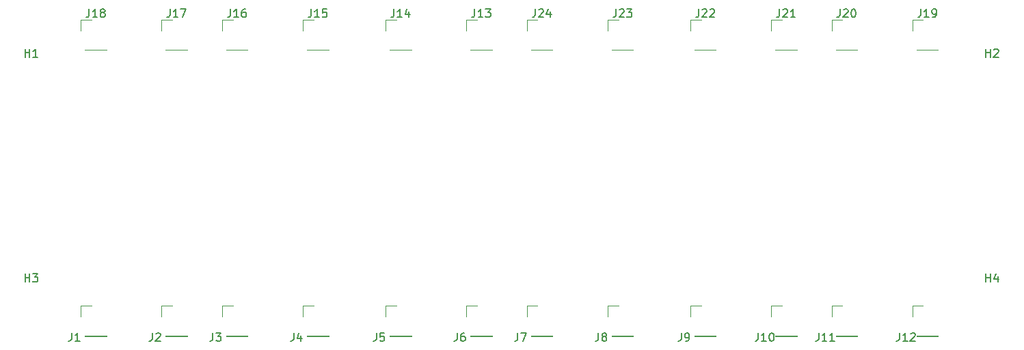
<source format=gbr>
%TF.GenerationSoftware,KiCad,Pcbnew,8.0.4*%
%TF.CreationDate,2024-09-10T22:05:28-04:00*%
%TF.ProjectId,UpperPOGO,55707065-7250-44f4-974f-2e6b69636164,v4*%
%TF.SameCoordinates,Original*%
%TF.FileFunction,Legend,Top*%
%TF.FilePolarity,Positive*%
%FSLAX46Y46*%
G04 Gerber Fmt 4.6, Leading zero omitted, Abs format (unit mm)*
G04 Created by KiCad (PCBNEW 8.0.4) date 2024-09-10 22:05:28*
%MOMM*%
%LPD*%
G01*
G04 APERTURE LIST*
%ADD10C,0.150000*%
%ADD11C,0.120000*%
G04 APERTURE END LIST*
D10*
X186690476Y-64304819D02*
X186690476Y-65019104D01*
X186690476Y-65019104D02*
X186642857Y-65161961D01*
X186642857Y-65161961D02*
X186547619Y-65257200D01*
X186547619Y-65257200D02*
X186404762Y-65304819D01*
X186404762Y-65304819D02*
X186309524Y-65304819D01*
X187119048Y-64400057D02*
X187166667Y-64352438D01*
X187166667Y-64352438D02*
X187261905Y-64304819D01*
X187261905Y-64304819D02*
X187500000Y-64304819D01*
X187500000Y-64304819D02*
X187595238Y-64352438D01*
X187595238Y-64352438D02*
X187642857Y-64400057D01*
X187642857Y-64400057D02*
X187690476Y-64495295D01*
X187690476Y-64495295D02*
X187690476Y-64590533D01*
X187690476Y-64590533D02*
X187642857Y-64733390D01*
X187642857Y-64733390D02*
X187071429Y-65304819D01*
X187071429Y-65304819D02*
X187690476Y-65304819D01*
X188309524Y-64304819D02*
X188404762Y-64304819D01*
X188404762Y-64304819D02*
X188500000Y-64352438D01*
X188500000Y-64352438D02*
X188547619Y-64400057D01*
X188547619Y-64400057D02*
X188595238Y-64495295D01*
X188595238Y-64495295D02*
X188642857Y-64685771D01*
X188642857Y-64685771D02*
X188642857Y-64923866D01*
X188642857Y-64923866D02*
X188595238Y-65114342D01*
X188595238Y-65114342D02*
X188547619Y-65209580D01*
X188547619Y-65209580D02*
X188500000Y-65257200D01*
X188500000Y-65257200D02*
X188404762Y-65304819D01*
X188404762Y-65304819D02*
X188309524Y-65304819D01*
X188309524Y-65304819D02*
X188214286Y-65257200D01*
X188214286Y-65257200D02*
X188166667Y-65209580D01*
X188166667Y-65209580D02*
X188119048Y-65114342D01*
X188119048Y-65114342D02*
X188071429Y-64923866D01*
X188071429Y-64923866D02*
X188071429Y-64685771D01*
X188071429Y-64685771D02*
X188119048Y-64495295D01*
X188119048Y-64495295D02*
X188166667Y-64400057D01*
X188166667Y-64400057D02*
X188214286Y-64352438D01*
X188214286Y-64352438D02*
X188309524Y-64304819D01*
X121190476Y-64304819D02*
X121190476Y-65019104D01*
X121190476Y-65019104D02*
X121142857Y-65161961D01*
X121142857Y-65161961D02*
X121047619Y-65257200D01*
X121047619Y-65257200D02*
X120904762Y-65304819D01*
X120904762Y-65304819D02*
X120809524Y-65304819D01*
X122190476Y-65304819D02*
X121619048Y-65304819D01*
X121904762Y-65304819D02*
X121904762Y-64304819D01*
X121904762Y-64304819D02*
X121809524Y-64447676D01*
X121809524Y-64447676D02*
X121714286Y-64542914D01*
X121714286Y-64542914D02*
X121619048Y-64590533D01*
X123095238Y-64304819D02*
X122619048Y-64304819D01*
X122619048Y-64304819D02*
X122571429Y-64781009D01*
X122571429Y-64781009D02*
X122619048Y-64733390D01*
X122619048Y-64733390D02*
X122714286Y-64685771D01*
X122714286Y-64685771D02*
X122952381Y-64685771D01*
X122952381Y-64685771D02*
X123047619Y-64733390D01*
X123047619Y-64733390D02*
X123095238Y-64781009D01*
X123095238Y-64781009D02*
X123142857Y-64876247D01*
X123142857Y-64876247D02*
X123142857Y-65114342D01*
X123142857Y-65114342D02*
X123095238Y-65209580D01*
X123095238Y-65209580D02*
X123047619Y-65257200D01*
X123047619Y-65257200D02*
X122952381Y-65304819D01*
X122952381Y-65304819D02*
X122714286Y-65304819D01*
X122714286Y-65304819D02*
X122619048Y-65257200D01*
X122619048Y-65257200D02*
X122571429Y-65209580D01*
X111190476Y-64304819D02*
X111190476Y-65019104D01*
X111190476Y-65019104D02*
X111142857Y-65161961D01*
X111142857Y-65161961D02*
X111047619Y-65257200D01*
X111047619Y-65257200D02*
X110904762Y-65304819D01*
X110904762Y-65304819D02*
X110809524Y-65304819D01*
X112190476Y-65304819D02*
X111619048Y-65304819D01*
X111904762Y-65304819D02*
X111904762Y-64304819D01*
X111904762Y-64304819D02*
X111809524Y-64447676D01*
X111809524Y-64447676D02*
X111714286Y-64542914D01*
X111714286Y-64542914D02*
X111619048Y-64590533D01*
X113047619Y-64304819D02*
X112857143Y-64304819D01*
X112857143Y-64304819D02*
X112761905Y-64352438D01*
X112761905Y-64352438D02*
X112714286Y-64400057D01*
X112714286Y-64400057D02*
X112619048Y-64542914D01*
X112619048Y-64542914D02*
X112571429Y-64733390D01*
X112571429Y-64733390D02*
X112571429Y-65114342D01*
X112571429Y-65114342D02*
X112619048Y-65209580D01*
X112619048Y-65209580D02*
X112666667Y-65257200D01*
X112666667Y-65257200D02*
X112761905Y-65304819D01*
X112761905Y-65304819D02*
X112952381Y-65304819D01*
X112952381Y-65304819D02*
X113047619Y-65257200D01*
X113047619Y-65257200D02*
X113095238Y-65209580D01*
X113095238Y-65209580D02*
X113142857Y-65114342D01*
X113142857Y-65114342D02*
X113142857Y-64876247D01*
X113142857Y-64876247D02*
X113095238Y-64781009D01*
X113095238Y-64781009D02*
X113047619Y-64733390D01*
X113047619Y-64733390D02*
X112952381Y-64685771D01*
X112952381Y-64685771D02*
X112761905Y-64685771D01*
X112761905Y-64685771D02*
X112666667Y-64733390D01*
X112666667Y-64733390D02*
X112619048Y-64781009D01*
X112619048Y-64781009D02*
X112571429Y-64876247D01*
X93690476Y-64304819D02*
X93690476Y-65019104D01*
X93690476Y-65019104D02*
X93642857Y-65161961D01*
X93642857Y-65161961D02*
X93547619Y-65257200D01*
X93547619Y-65257200D02*
X93404762Y-65304819D01*
X93404762Y-65304819D02*
X93309524Y-65304819D01*
X94690476Y-65304819D02*
X94119048Y-65304819D01*
X94404762Y-65304819D02*
X94404762Y-64304819D01*
X94404762Y-64304819D02*
X94309524Y-64447676D01*
X94309524Y-64447676D02*
X94214286Y-64542914D01*
X94214286Y-64542914D02*
X94119048Y-64590533D01*
X95261905Y-64733390D02*
X95166667Y-64685771D01*
X95166667Y-64685771D02*
X95119048Y-64638152D01*
X95119048Y-64638152D02*
X95071429Y-64542914D01*
X95071429Y-64542914D02*
X95071429Y-64495295D01*
X95071429Y-64495295D02*
X95119048Y-64400057D01*
X95119048Y-64400057D02*
X95166667Y-64352438D01*
X95166667Y-64352438D02*
X95261905Y-64304819D01*
X95261905Y-64304819D02*
X95452381Y-64304819D01*
X95452381Y-64304819D02*
X95547619Y-64352438D01*
X95547619Y-64352438D02*
X95595238Y-64400057D01*
X95595238Y-64400057D02*
X95642857Y-64495295D01*
X95642857Y-64495295D02*
X95642857Y-64542914D01*
X95642857Y-64542914D02*
X95595238Y-64638152D01*
X95595238Y-64638152D02*
X95547619Y-64685771D01*
X95547619Y-64685771D02*
X95452381Y-64733390D01*
X95452381Y-64733390D02*
X95261905Y-64733390D01*
X95261905Y-64733390D02*
X95166667Y-64781009D01*
X95166667Y-64781009D02*
X95119048Y-64828628D01*
X95119048Y-64828628D02*
X95071429Y-64923866D01*
X95071429Y-64923866D02*
X95071429Y-65114342D01*
X95071429Y-65114342D02*
X95119048Y-65209580D01*
X95119048Y-65209580D02*
X95166667Y-65257200D01*
X95166667Y-65257200D02*
X95261905Y-65304819D01*
X95261905Y-65304819D02*
X95452381Y-65304819D01*
X95452381Y-65304819D02*
X95547619Y-65257200D01*
X95547619Y-65257200D02*
X95595238Y-65209580D01*
X95595238Y-65209580D02*
X95642857Y-65114342D01*
X95642857Y-65114342D02*
X95642857Y-64923866D01*
X95642857Y-64923866D02*
X95595238Y-64828628D01*
X95595238Y-64828628D02*
X95547619Y-64781009D01*
X95547619Y-64781009D02*
X95452381Y-64733390D01*
X148940476Y-64304819D02*
X148940476Y-65019104D01*
X148940476Y-65019104D02*
X148892857Y-65161961D01*
X148892857Y-65161961D02*
X148797619Y-65257200D01*
X148797619Y-65257200D02*
X148654762Y-65304819D01*
X148654762Y-65304819D02*
X148559524Y-65304819D01*
X149369048Y-64400057D02*
X149416667Y-64352438D01*
X149416667Y-64352438D02*
X149511905Y-64304819D01*
X149511905Y-64304819D02*
X149750000Y-64304819D01*
X149750000Y-64304819D02*
X149845238Y-64352438D01*
X149845238Y-64352438D02*
X149892857Y-64400057D01*
X149892857Y-64400057D02*
X149940476Y-64495295D01*
X149940476Y-64495295D02*
X149940476Y-64590533D01*
X149940476Y-64590533D02*
X149892857Y-64733390D01*
X149892857Y-64733390D02*
X149321429Y-65304819D01*
X149321429Y-65304819D02*
X149940476Y-65304819D01*
X150797619Y-64638152D02*
X150797619Y-65304819D01*
X150559524Y-64257200D02*
X150321429Y-64971485D01*
X150321429Y-64971485D02*
X150940476Y-64971485D01*
X141440476Y-64304819D02*
X141440476Y-65019104D01*
X141440476Y-65019104D02*
X141392857Y-65161961D01*
X141392857Y-65161961D02*
X141297619Y-65257200D01*
X141297619Y-65257200D02*
X141154762Y-65304819D01*
X141154762Y-65304819D02*
X141059524Y-65304819D01*
X142440476Y-65304819D02*
X141869048Y-65304819D01*
X142154762Y-65304819D02*
X142154762Y-64304819D01*
X142154762Y-64304819D02*
X142059524Y-64447676D01*
X142059524Y-64447676D02*
X141964286Y-64542914D01*
X141964286Y-64542914D02*
X141869048Y-64590533D01*
X142773810Y-64304819D02*
X143392857Y-64304819D01*
X143392857Y-64304819D02*
X143059524Y-64685771D01*
X143059524Y-64685771D02*
X143202381Y-64685771D01*
X143202381Y-64685771D02*
X143297619Y-64733390D01*
X143297619Y-64733390D02*
X143345238Y-64781009D01*
X143345238Y-64781009D02*
X143392857Y-64876247D01*
X143392857Y-64876247D02*
X143392857Y-65114342D01*
X143392857Y-65114342D02*
X143345238Y-65209580D01*
X143345238Y-65209580D02*
X143297619Y-65257200D01*
X143297619Y-65257200D02*
X143202381Y-65304819D01*
X143202381Y-65304819D02*
X142916667Y-65304819D01*
X142916667Y-65304819D02*
X142821429Y-65257200D01*
X142821429Y-65257200D02*
X142773810Y-65209580D01*
X129266666Y-104504819D02*
X129266666Y-105219104D01*
X129266666Y-105219104D02*
X129219047Y-105361961D01*
X129219047Y-105361961D02*
X129123809Y-105457200D01*
X129123809Y-105457200D02*
X128980952Y-105504819D01*
X128980952Y-105504819D02*
X128885714Y-105504819D01*
X130219047Y-104504819D02*
X129742857Y-104504819D01*
X129742857Y-104504819D02*
X129695238Y-104981009D01*
X129695238Y-104981009D02*
X129742857Y-104933390D01*
X129742857Y-104933390D02*
X129838095Y-104885771D01*
X129838095Y-104885771D02*
X130076190Y-104885771D01*
X130076190Y-104885771D02*
X130171428Y-104933390D01*
X130171428Y-104933390D02*
X130219047Y-104981009D01*
X130219047Y-104981009D02*
X130266666Y-105076247D01*
X130266666Y-105076247D02*
X130266666Y-105314342D01*
X130266666Y-105314342D02*
X130219047Y-105409580D01*
X130219047Y-105409580D02*
X130171428Y-105457200D01*
X130171428Y-105457200D02*
X130076190Y-105504819D01*
X130076190Y-105504819D02*
X129838095Y-105504819D01*
X129838095Y-105504819D02*
X129742857Y-105457200D01*
X129742857Y-105457200D02*
X129695238Y-105409580D01*
X119016666Y-104504819D02*
X119016666Y-105219104D01*
X119016666Y-105219104D02*
X118969047Y-105361961D01*
X118969047Y-105361961D02*
X118873809Y-105457200D01*
X118873809Y-105457200D02*
X118730952Y-105504819D01*
X118730952Y-105504819D02*
X118635714Y-105504819D01*
X119921428Y-104838152D02*
X119921428Y-105504819D01*
X119683333Y-104457200D02*
X119445238Y-105171485D01*
X119445238Y-105171485D02*
X120064285Y-105171485D01*
X85738095Y-70254819D02*
X85738095Y-69254819D01*
X85738095Y-69731009D02*
X86309523Y-69731009D01*
X86309523Y-70254819D02*
X86309523Y-69254819D01*
X87309523Y-70254819D02*
X86738095Y-70254819D01*
X87023809Y-70254819D02*
X87023809Y-69254819D01*
X87023809Y-69254819D02*
X86928571Y-69397676D01*
X86928571Y-69397676D02*
X86833333Y-69492914D01*
X86833333Y-69492914D02*
X86738095Y-69540533D01*
X85738095Y-98154819D02*
X85738095Y-97154819D01*
X85738095Y-97631009D02*
X86309523Y-97631009D01*
X86309523Y-98154819D02*
X86309523Y-97154819D01*
X86690476Y-97154819D02*
X87309523Y-97154819D01*
X87309523Y-97154819D02*
X86976190Y-97535771D01*
X86976190Y-97535771D02*
X87119047Y-97535771D01*
X87119047Y-97535771D02*
X87214285Y-97583390D01*
X87214285Y-97583390D02*
X87261904Y-97631009D01*
X87261904Y-97631009D02*
X87309523Y-97726247D01*
X87309523Y-97726247D02*
X87309523Y-97964342D01*
X87309523Y-97964342D02*
X87261904Y-98059580D01*
X87261904Y-98059580D02*
X87214285Y-98107200D01*
X87214285Y-98107200D02*
X87119047Y-98154819D01*
X87119047Y-98154819D02*
X86833333Y-98154819D01*
X86833333Y-98154819D02*
X86738095Y-98107200D01*
X86738095Y-98107200D02*
X86690476Y-98059580D01*
X176540476Y-104504819D02*
X176540476Y-105219104D01*
X176540476Y-105219104D02*
X176492857Y-105361961D01*
X176492857Y-105361961D02*
X176397619Y-105457200D01*
X176397619Y-105457200D02*
X176254762Y-105504819D01*
X176254762Y-105504819D02*
X176159524Y-105504819D01*
X177540476Y-105504819D02*
X176969048Y-105504819D01*
X177254762Y-105504819D02*
X177254762Y-104504819D01*
X177254762Y-104504819D02*
X177159524Y-104647676D01*
X177159524Y-104647676D02*
X177064286Y-104742914D01*
X177064286Y-104742914D02*
X176969048Y-104790533D01*
X178159524Y-104504819D02*
X178254762Y-104504819D01*
X178254762Y-104504819D02*
X178350000Y-104552438D01*
X178350000Y-104552438D02*
X178397619Y-104600057D01*
X178397619Y-104600057D02*
X178445238Y-104695295D01*
X178445238Y-104695295D02*
X178492857Y-104885771D01*
X178492857Y-104885771D02*
X178492857Y-105123866D01*
X178492857Y-105123866D02*
X178445238Y-105314342D01*
X178445238Y-105314342D02*
X178397619Y-105409580D01*
X178397619Y-105409580D02*
X178350000Y-105457200D01*
X178350000Y-105457200D02*
X178254762Y-105504819D01*
X178254762Y-105504819D02*
X178159524Y-105504819D01*
X178159524Y-105504819D02*
X178064286Y-105457200D01*
X178064286Y-105457200D02*
X178016667Y-105409580D01*
X178016667Y-105409580D02*
X177969048Y-105314342D01*
X177969048Y-105314342D02*
X177921429Y-105123866D01*
X177921429Y-105123866D02*
X177921429Y-104885771D01*
X177921429Y-104885771D02*
X177969048Y-104695295D01*
X177969048Y-104695295D02*
X178016667Y-104600057D01*
X178016667Y-104600057D02*
X178064286Y-104552438D01*
X178064286Y-104552438D02*
X178159524Y-104504819D01*
X204738095Y-98154819D02*
X204738095Y-97154819D01*
X204738095Y-97631009D02*
X205309523Y-97631009D01*
X205309523Y-98154819D02*
X205309523Y-97154819D01*
X206214285Y-97488152D02*
X206214285Y-98154819D01*
X205976190Y-97107200D02*
X205738095Y-97821485D01*
X205738095Y-97821485D02*
X206357142Y-97821485D01*
X184040476Y-104504819D02*
X184040476Y-105219104D01*
X184040476Y-105219104D02*
X183992857Y-105361961D01*
X183992857Y-105361961D02*
X183897619Y-105457200D01*
X183897619Y-105457200D02*
X183754762Y-105504819D01*
X183754762Y-105504819D02*
X183659524Y-105504819D01*
X185040476Y-105504819D02*
X184469048Y-105504819D01*
X184754762Y-105504819D02*
X184754762Y-104504819D01*
X184754762Y-104504819D02*
X184659524Y-104647676D01*
X184659524Y-104647676D02*
X184564286Y-104742914D01*
X184564286Y-104742914D02*
X184469048Y-104790533D01*
X185992857Y-105504819D02*
X185421429Y-105504819D01*
X185707143Y-105504819D02*
X185707143Y-104504819D01*
X185707143Y-104504819D02*
X185611905Y-104647676D01*
X185611905Y-104647676D02*
X185516667Y-104742914D01*
X185516667Y-104742914D02*
X185421429Y-104790533D01*
X167016666Y-104504819D02*
X167016666Y-105219104D01*
X167016666Y-105219104D02*
X166969047Y-105361961D01*
X166969047Y-105361961D02*
X166873809Y-105457200D01*
X166873809Y-105457200D02*
X166730952Y-105504819D01*
X166730952Y-105504819D02*
X166635714Y-105504819D01*
X167540476Y-105504819D02*
X167730952Y-105504819D01*
X167730952Y-105504819D02*
X167826190Y-105457200D01*
X167826190Y-105457200D02*
X167873809Y-105409580D01*
X167873809Y-105409580D02*
X167969047Y-105266723D01*
X167969047Y-105266723D02*
X168016666Y-105076247D01*
X168016666Y-105076247D02*
X168016666Y-104695295D01*
X168016666Y-104695295D02*
X167969047Y-104600057D01*
X167969047Y-104600057D02*
X167921428Y-104552438D01*
X167921428Y-104552438D02*
X167826190Y-104504819D01*
X167826190Y-104504819D02*
X167635714Y-104504819D01*
X167635714Y-104504819D02*
X167540476Y-104552438D01*
X167540476Y-104552438D02*
X167492857Y-104600057D01*
X167492857Y-104600057D02*
X167445238Y-104695295D01*
X167445238Y-104695295D02*
X167445238Y-104933390D01*
X167445238Y-104933390D02*
X167492857Y-105028628D01*
X167492857Y-105028628D02*
X167540476Y-105076247D01*
X167540476Y-105076247D02*
X167635714Y-105123866D01*
X167635714Y-105123866D02*
X167826190Y-105123866D01*
X167826190Y-105123866D02*
X167921428Y-105076247D01*
X167921428Y-105076247D02*
X167969047Y-105028628D01*
X167969047Y-105028628D02*
X168016666Y-104933390D01*
X204738095Y-70254819D02*
X204738095Y-69254819D01*
X204738095Y-69731009D02*
X205309523Y-69731009D01*
X205309523Y-70254819D02*
X205309523Y-69254819D01*
X205738095Y-69350057D02*
X205785714Y-69302438D01*
X205785714Y-69302438D02*
X205880952Y-69254819D01*
X205880952Y-69254819D02*
X206119047Y-69254819D01*
X206119047Y-69254819D02*
X206214285Y-69302438D01*
X206214285Y-69302438D02*
X206261904Y-69350057D01*
X206261904Y-69350057D02*
X206309523Y-69445295D01*
X206309523Y-69445295D02*
X206309523Y-69540533D01*
X206309523Y-69540533D02*
X206261904Y-69683390D01*
X206261904Y-69683390D02*
X205690476Y-70254819D01*
X205690476Y-70254819D02*
X206309523Y-70254819D01*
X91516666Y-104504819D02*
X91516666Y-105219104D01*
X91516666Y-105219104D02*
X91469047Y-105361961D01*
X91469047Y-105361961D02*
X91373809Y-105457200D01*
X91373809Y-105457200D02*
X91230952Y-105504819D01*
X91230952Y-105504819D02*
X91135714Y-105504819D01*
X92516666Y-105504819D02*
X91945238Y-105504819D01*
X92230952Y-105504819D02*
X92230952Y-104504819D01*
X92230952Y-104504819D02*
X92135714Y-104647676D01*
X92135714Y-104647676D02*
X92040476Y-104742914D01*
X92040476Y-104742914D02*
X91945238Y-104790533D01*
X131440476Y-64304819D02*
X131440476Y-65019104D01*
X131440476Y-65019104D02*
X131392857Y-65161961D01*
X131392857Y-65161961D02*
X131297619Y-65257200D01*
X131297619Y-65257200D02*
X131154762Y-65304819D01*
X131154762Y-65304819D02*
X131059524Y-65304819D01*
X132440476Y-65304819D02*
X131869048Y-65304819D01*
X132154762Y-65304819D02*
X132154762Y-64304819D01*
X132154762Y-64304819D02*
X132059524Y-64447676D01*
X132059524Y-64447676D02*
X131964286Y-64542914D01*
X131964286Y-64542914D02*
X131869048Y-64590533D01*
X133297619Y-64638152D02*
X133297619Y-65304819D01*
X133059524Y-64257200D02*
X132821429Y-64971485D01*
X132821429Y-64971485D02*
X133440476Y-64971485D01*
X196690476Y-64304819D02*
X196690476Y-65019104D01*
X196690476Y-65019104D02*
X196642857Y-65161961D01*
X196642857Y-65161961D02*
X196547619Y-65257200D01*
X196547619Y-65257200D02*
X196404762Y-65304819D01*
X196404762Y-65304819D02*
X196309524Y-65304819D01*
X197690476Y-65304819D02*
X197119048Y-65304819D01*
X197404762Y-65304819D02*
X197404762Y-64304819D01*
X197404762Y-64304819D02*
X197309524Y-64447676D01*
X197309524Y-64447676D02*
X197214286Y-64542914D01*
X197214286Y-64542914D02*
X197119048Y-64590533D01*
X198166667Y-65304819D02*
X198357143Y-65304819D01*
X198357143Y-65304819D02*
X198452381Y-65257200D01*
X198452381Y-65257200D02*
X198500000Y-65209580D01*
X198500000Y-65209580D02*
X198595238Y-65066723D01*
X198595238Y-65066723D02*
X198642857Y-64876247D01*
X198642857Y-64876247D02*
X198642857Y-64495295D01*
X198642857Y-64495295D02*
X198595238Y-64400057D01*
X198595238Y-64400057D02*
X198547619Y-64352438D01*
X198547619Y-64352438D02*
X198452381Y-64304819D01*
X198452381Y-64304819D02*
X198261905Y-64304819D01*
X198261905Y-64304819D02*
X198166667Y-64352438D01*
X198166667Y-64352438D02*
X198119048Y-64400057D01*
X198119048Y-64400057D02*
X198071429Y-64495295D01*
X198071429Y-64495295D02*
X198071429Y-64733390D01*
X198071429Y-64733390D02*
X198119048Y-64828628D01*
X198119048Y-64828628D02*
X198166667Y-64876247D01*
X198166667Y-64876247D02*
X198261905Y-64923866D01*
X198261905Y-64923866D02*
X198452381Y-64923866D01*
X198452381Y-64923866D02*
X198547619Y-64876247D01*
X198547619Y-64876247D02*
X198595238Y-64828628D01*
X198595238Y-64828628D02*
X198642857Y-64733390D01*
X179190476Y-64304819D02*
X179190476Y-65019104D01*
X179190476Y-65019104D02*
X179142857Y-65161961D01*
X179142857Y-65161961D02*
X179047619Y-65257200D01*
X179047619Y-65257200D02*
X178904762Y-65304819D01*
X178904762Y-65304819D02*
X178809524Y-65304819D01*
X179619048Y-64400057D02*
X179666667Y-64352438D01*
X179666667Y-64352438D02*
X179761905Y-64304819D01*
X179761905Y-64304819D02*
X180000000Y-64304819D01*
X180000000Y-64304819D02*
X180095238Y-64352438D01*
X180095238Y-64352438D02*
X180142857Y-64400057D01*
X180142857Y-64400057D02*
X180190476Y-64495295D01*
X180190476Y-64495295D02*
X180190476Y-64590533D01*
X180190476Y-64590533D02*
X180142857Y-64733390D01*
X180142857Y-64733390D02*
X179571429Y-65304819D01*
X179571429Y-65304819D02*
X180190476Y-65304819D01*
X181142857Y-65304819D02*
X180571429Y-65304819D01*
X180857143Y-65304819D02*
X180857143Y-64304819D01*
X180857143Y-64304819D02*
X180761905Y-64447676D01*
X180761905Y-64447676D02*
X180666667Y-64542914D01*
X180666667Y-64542914D02*
X180571429Y-64590533D01*
X101516666Y-104504819D02*
X101516666Y-105219104D01*
X101516666Y-105219104D02*
X101469047Y-105361961D01*
X101469047Y-105361961D02*
X101373809Y-105457200D01*
X101373809Y-105457200D02*
X101230952Y-105504819D01*
X101230952Y-105504819D02*
X101135714Y-105504819D01*
X101945238Y-104600057D02*
X101992857Y-104552438D01*
X101992857Y-104552438D02*
X102088095Y-104504819D01*
X102088095Y-104504819D02*
X102326190Y-104504819D01*
X102326190Y-104504819D02*
X102421428Y-104552438D01*
X102421428Y-104552438D02*
X102469047Y-104600057D01*
X102469047Y-104600057D02*
X102516666Y-104695295D01*
X102516666Y-104695295D02*
X102516666Y-104790533D01*
X102516666Y-104790533D02*
X102469047Y-104933390D01*
X102469047Y-104933390D02*
X101897619Y-105504819D01*
X101897619Y-105504819D02*
X102516666Y-105504819D01*
X194040476Y-104504819D02*
X194040476Y-105219104D01*
X194040476Y-105219104D02*
X193992857Y-105361961D01*
X193992857Y-105361961D02*
X193897619Y-105457200D01*
X193897619Y-105457200D02*
X193754762Y-105504819D01*
X193754762Y-105504819D02*
X193659524Y-105504819D01*
X195040476Y-105504819D02*
X194469048Y-105504819D01*
X194754762Y-105504819D02*
X194754762Y-104504819D01*
X194754762Y-104504819D02*
X194659524Y-104647676D01*
X194659524Y-104647676D02*
X194564286Y-104742914D01*
X194564286Y-104742914D02*
X194469048Y-104790533D01*
X195421429Y-104600057D02*
X195469048Y-104552438D01*
X195469048Y-104552438D02*
X195564286Y-104504819D01*
X195564286Y-104504819D02*
X195802381Y-104504819D01*
X195802381Y-104504819D02*
X195897619Y-104552438D01*
X195897619Y-104552438D02*
X195945238Y-104600057D01*
X195945238Y-104600057D02*
X195992857Y-104695295D01*
X195992857Y-104695295D02*
X195992857Y-104790533D01*
X195992857Y-104790533D02*
X195945238Y-104933390D01*
X195945238Y-104933390D02*
X195373810Y-105504819D01*
X195373810Y-105504819D02*
X195992857Y-105504819D01*
X158940476Y-64304819D02*
X158940476Y-65019104D01*
X158940476Y-65019104D02*
X158892857Y-65161961D01*
X158892857Y-65161961D02*
X158797619Y-65257200D01*
X158797619Y-65257200D02*
X158654762Y-65304819D01*
X158654762Y-65304819D02*
X158559524Y-65304819D01*
X159369048Y-64400057D02*
X159416667Y-64352438D01*
X159416667Y-64352438D02*
X159511905Y-64304819D01*
X159511905Y-64304819D02*
X159750000Y-64304819D01*
X159750000Y-64304819D02*
X159845238Y-64352438D01*
X159845238Y-64352438D02*
X159892857Y-64400057D01*
X159892857Y-64400057D02*
X159940476Y-64495295D01*
X159940476Y-64495295D02*
X159940476Y-64590533D01*
X159940476Y-64590533D02*
X159892857Y-64733390D01*
X159892857Y-64733390D02*
X159321429Y-65304819D01*
X159321429Y-65304819D02*
X159940476Y-65304819D01*
X160273810Y-64304819D02*
X160892857Y-64304819D01*
X160892857Y-64304819D02*
X160559524Y-64685771D01*
X160559524Y-64685771D02*
X160702381Y-64685771D01*
X160702381Y-64685771D02*
X160797619Y-64733390D01*
X160797619Y-64733390D02*
X160845238Y-64781009D01*
X160845238Y-64781009D02*
X160892857Y-64876247D01*
X160892857Y-64876247D02*
X160892857Y-65114342D01*
X160892857Y-65114342D02*
X160845238Y-65209580D01*
X160845238Y-65209580D02*
X160797619Y-65257200D01*
X160797619Y-65257200D02*
X160702381Y-65304819D01*
X160702381Y-65304819D02*
X160416667Y-65304819D01*
X160416667Y-65304819D02*
X160321429Y-65257200D01*
X160321429Y-65257200D02*
X160273810Y-65209580D01*
X156766666Y-104504819D02*
X156766666Y-105219104D01*
X156766666Y-105219104D02*
X156719047Y-105361961D01*
X156719047Y-105361961D02*
X156623809Y-105457200D01*
X156623809Y-105457200D02*
X156480952Y-105504819D01*
X156480952Y-105504819D02*
X156385714Y-105504819D01*
X157385714Y-104933390D02*
X157290476Y-104885771D01*
X157290476Y-104885771D02*
X157242857Y-104838152D01*
X157242857Y-104838152D02*
X157195238Y-104742914D01*
X157195238Y-104742914D02*
X157195238Y-104695295D01*
X157195238Y-104695295D02*
X157242857Y-104600057D01*
X157242857Y-104600057D02*
X157290476Y-104552438D01*
X157290476Y-104552438D02*
X157385714Y-104504819D01*
X157385714Y-104504819D02*
X157576190Y-104504819D01*
X157576190Y-104504819D02*
X157671428Y-104552438D01*
X157671428Y-104552438D02*
X157719047Y-104600057D01*
X157719047Y-104600057D02*
X157766666Y-104695295D01*
X157766666Y-104695295D02*
X157766666Y-104742914D01*
X157766666Y-104742914D02*
X157719047Y-104838152D01*
X157719047Y-104838152D02*
X157671428Y-104885771D01*
X157671428Y-104885771D02*
X157576190Y-104933390D01*
X157576190Y-104933390D02*
X157385714Y-104933390D01*
X157385714Y-104933390D02*
X157290476Y-104981009D01*
X157290476Y-104981009D02*
X157242857Y-105028628D01*
X157242857Y-105028628D02*
X157195238Y-105123866D01*
X157195238Y-105123866D02*
X157195238Y-105314342D01*
X157195238Y-105314342D02*
X157242857Y-105409580D01*
X157242857Y-105409580D02*
X157290476Y-105457200D01*
X157290476Y-105457200D02*
X157385714Y-105504819D01*
X157385714Y-105504819D02*
X157576190Y-105504819D01*
X157576190Y-105504819D02*
X157671428Y-105457200D01*
X157671428Y-105457200D02*
X157719047Y-105409580D01*
X157719047Y-105409580D02*
X157766666Y-105314342D01*
X157766666Y-105314342D02*
X157766666Y-105123866D01*
X157766666Y-105123866D02*
X157719047Y-105028628D01*
X157719047Y-105028628D02*
X157671428Y-104981009D01*
X157671428Y-104981009D02*
X157576190Y-104933390D01*
X139266666Y-104504819D02*
X139266666Y-105219104D01*
X139266666Y-105219104D02*
X139219047Y-105361961D01*
X139219047Y-105361961D02*
X139123809Y-105457200D01*
X139123809Y-105457200D02*
X138980952Y-105504819D01*
X138980952Y-105504819D02*
X138885714Y-105504819D01*
X140171428Y-104504819D02*
X139980952Y-104504819D01*
X139980952Y-104504819D02*
X139885714Y-104552438D01*
X139885714Y-104552438D02*
X139838095Y-104600057D01*
X139838095Y-104600057D02*
X139742857Y-104742914D01*
X139742857Y-104742914D02*
X139695238Y-104933390D01*
X139695238Y-104933390D02*
X139695238Y-105314342D01*
X139695238Y-105314342D02*
X139742857Y-105409580D01*
X139742857Y-105409580D02*
X139790476Y-105457200D01*
X139790476Y-105457200D02*
X139885714Y-105504819D01*
X139885714Y-105504819D02*
X140076190Y-105504819D01*
X140076190Y-105504819D02*
X140171428Y-105457200D01*
X140171428Y-105457200D02*
X140219047Y-105409580D01*
X140219047Y-105409580D02*
X140266666Y-105314342D01*
X140266666Y-105314342D02*
X140266666Y-105076247D01*
X140266666Y-105076247D02*
X140219047Y-104981009D01*
X140219047Y-104981009D02*
X140171428Y-104933390D01*
X140171428Y-104933390D02*
X140076190Y-104885771D01*
X140076190Y-104885771D02*
X139885714Y-104885771D01*
X139885714Y-104885771D02*
X139790476Y-104933390D01*
X139790476Y-104933390D02*
X139742857Y-104981009D01*
X139742857Y-104981009D02*
X139695238Y-105076247D01*
X146766666Y-104504819D02*
X146766666Y-105219104D01*
X146766666Y-105219104D02*
X146719047Y-105361961D01*
X146719047Y-105361961D02*
X146623809Y-105457200D01*
X146623809Y-105457200D02*
X146480952Y-105504819D01*
X146480952Y-105504819D02*
X146385714Y-105504819D01*
X147147619Y-104504819D02*
X147814285Y-104504819D01*
X147814285Y-104504819D02*
X147385714Y-105504819D01*
X169190476Y-64304819D02*
X169190476Y-65019104D01*
X169190476Y-65019104D02*
X169142857Y-65161961D01*
X169142857Y-65161961D02*
X169047619Y-65257200D01*
X169047619Y-65257200D02*
X168904762Y-65304819D01*
X168904762Y-65304819D02*
X168809524Y-65304819D01*
X169619048Y-64400057D02*
X169666667Y-64352438D01*
X169666667Y-64352438D02*
X169761905Y-64304819D01*
X169761905Y-64304819D02*
X170000000Y-64304819D01*
X170000000Y-64304819D02*
X170095238Y-64352438D01*
X170095238Y-64352438D02*
X170142857Y-64400057D01*
X170142857Y-64400057D02*
X170190476Y-64495295D01*
X170190476Y-64495295D02*
X170190476Y-64590533D01*
X170190476Y-64590533D02*
X170142857Y-64733390D01*
X170142857Y-64733390D02*
X169571429Y-65304819D01*
X169571429Y-65304819D02*
X170190476Y-65304819D01*
X170571429Y-64400057D02*
X170619048Y-64352438D01*
X170619048Y-64352438D02*
X170714286Y-64304819D01*
X170714286Y-64304819D02*
X170952381Y-64304819D01*
X170952381Y-64304819D02*
X171047619Y-64352438D01*
X171047619Y-64352438D02*
X171095238Y-64400057D01*
X171095238Y-64400057D02*
X171142857Y-64495295D01*
X171142857Y-64495295D02*
X171142857Y-64590533D01*
X171142857Y-64590533D02*
X171095238Y-64733390D01*
X171095238Y-64733390D02*
X170523810Y-65304819D01*
X170523810Y-65304819D02*
X171142857Y-65304819D01*
X109016666Y-104504819D02*
X109016666Y-105219104D01*
X109016666Y-105219104D02*
X108969047Y-105361961D01*
X108969047Y-105361961D02*
X108873809Y-105457200D01*
X108873809Y-105457200D02*
X108730952Y-105504819D01*
X108730952Y-105504819D02*
X108635714Y-105504819D01*
X109397619Y-104504819D02*
X110016666Y-104504819D01*
X110016666Y-104504819D02*
X109683333Y-104885771D01*
X109683333Y-104885771D02*
X109826190Y-104885771D01*
X109826190Y-104885771D02*
X109921428Y-104933390D01*
X109921428Y-104933390D02*
X109969047Y-104981009D01*
X109969047Y-104981009D02*
X110016666Y-105076247D01*
X110016666Y-105076247D02*
X110016666Y-105314342D01*
X110016666Y-105314342D02*
X109969047Y-105409580D01*
X109969047Y-105409580D02*
X109921428Y-105457200D01*
X109921428Y-105457200D02*
X109826190Y-105504819D01*
X109826190Y-105504819D02*
X109540476Y-105504819D01*
X109540476Y-105504819D02*
X109445238Y-105457200D01*
X109445238Y-105457200D02*
X109397619Y-105409580D01*
X103690476Y-64304819D02*
X103690476Y-65019104D01*
X103690476Y-65019104D02*
X103642857Y-65161961D01*
X103642857Y-65161961D02*
X103547619Y-65257200D01*
X103547619Y-65257200D02*
X103404762Y-65304819D01*
X103404762Y-65304819D02*
X103309524Y-65304819D01*
X104690476Y-65304819D02*
X104119048Y-65304819D01*
X104404762Y-65304819D02*
X104404762Y-64304819D01*
X104404762Y-64304819D02*
X104309524Y-64447676D01*
X104309524Y-64447676D02*
X104214286Y-64542914D01*
X104214286Y-64542914D02*
X104119048Y-64590533D01*
X105023810Y-64304819D02*
X105690476Y-64304819D01*
X105690476Y-64304819D02*
X105261905Y-65304819D01*
D11*
%TO.C,J20*%
X185650000Y-65650000D02*
X186980000Y-65650000D01*
X185650000Y-66980000D02*
X185650000Y-65650000D01*
X186170000Y-69340000D02*
X186170000Y-69400000D01*
X186170000Y-69340000D02*
X188830000Y-69340000D01*
X186170000Y-69400000D02*
X188830000Y-69400000D01*
X188830000Y-69340000D02*
X188830000Y-69400000D01*
%TO.C,J15*%
X120150000Y-65650000D02*
X121480000Y-65650000D01*
X120150000Y-66980000D02*
X120150000Y-65650000D01*
X120670000Y-69340000D02*
X120670000Y-69400000D01*
X120670000Y-69340000D02*
X123330000Y-69340000D01*
X120670000Y-69400000D02*
X123330000Y-69400000D01*
X123330000Y-69340000D02*
X123330000Y-69400000D01*
%TO.C,J16*%
X110150000Y-65650000D02*
X111480000Y-65650000D01*
X110150000Y-66980000D02*
X110150000Y-65650000D01*
X110670000Y-69340000D02*
X110670000Y-69400000D01*
X110670000Y-69340000D02*
X113330000Y-69340000D01*
X110670000Y-69400000D02*
X113330000Y-69400000D01*
X113330000Y-69340000D02*
X113330000Y-69400000D01*
%TO.C,J18*%
X92650000Y-65650000D02*
X93980000Y-65650000D01*
X92650000Y-66980000D02*
X92650000Y-65650000D01*
X93170000Y-69340000D02*
X93170000Y-69400000D01*
X93170000Y-69340000D02*
X95830000Y-69340000D01*
X93170000Y-69400000D02*
X95830000Y-69400000D01*
X95830000Y-69340000D02*
X95830000Y-69400000D01*
%TO.C,J24*%
X147900000Y-65650000D02*
X149230000Y-65650000D01*
X147900000Y-66980000D02*
X147900000Y-65650000D01*
X148420000Y-69340000D02*
X148420000Y-69400000D01*
X148420000Y-69340000D02*
X151080000Y-69340000D01*
X148420000Y-69400000D02*
X151080000Y-69400000D01*
X151080000Y-69340000D02*
X151080000Y-69400000D01*
%TO.C,J13*%
X140400000Y-65650000D02*
X141730000Y-65650000D01*
X140400000Y-66980000D02*
X140400000Y-65650000D01*
X140920000Y-69340000D02*
X140920000Y-69400000D01*
X140920000Y-69340000D02*
X143580000Y-69340000D01*
X140920000Y-69400000D02*
X143580000Y-69400000D01*
X143580000Y-69340000D02*
X143580000Y-69400000D01*
%TO.C,J5*%
X130400000Y-101150000D02*
X131730000Y-101150000D01*
X130400000Y-102480000D02*
X130400000Y-101150000D01*
X130920000Y-104840000D02*
X130920000Y-104900000D01*
X130920000Y-104840000D02*
X133580000Y-104840000D01*
X130920000Y-104900000D02*
X133580000Y-104900000D01*
X133580000Y-104840000D02*
X133580000Y-104900000D01*
%TO.C,J4*%
X120150000Y-101150000D02*
X121480000Y-101150000D01*
X120150000Y-102480000D02*
X120150000Y-101150000D01*
X120670000Y-104840000D02*
X120670000Y-104900000D01*
X120670000Y-104840000D02*
X123330000Y-104840000D01*
X120670000Y-104900000D02*
X123330000Y-104900000D01*
X123330000Y-104840000D02*
X123330000Y-104900000D01*
%TO.C,J10*%
X178150000Y-101150000D02*
X179480000Y-101150000D01*
X178150000Y-102480000D02*
X178150000Y-101150000D01*
X178670000Y-104840000D02*
X178670000Y-104900000D01*
X178670000Y-104840000D02*
X181330000Y-104840000D01*
X178670000Y-104900000D02*
X181330000Y-104900000D01*
X181330000Y-104840000D02*
X181330000Y-104900000D01*
%TO.C,J11*%
X185650000Y-101150000D02*
X186980000Y-101150000D01*
X185650000Y-102480000D02*
X185650000Y-101150000D01*
X186170000Y-104840000D02*
X186170000Y-104900000D01*
X186170000Y-104840000D02*
X188830000Y-104840000D01*
X186170000Y-104900000D02*
X188830000Y-104900000D01*
X188830000Y-104840000D02*
X188830000Y-104900000D01*
%TO.C,J9*%
X168150000Y-101150000D02*
X169480000Y-101150000D01*
X168150000Y-102480000D02*
X168150000Y-101150000D01*
X168670000Y-104840000D02*
X168670000Y-104900000D01*
X168670000Y-104840000D02*
X171330000Y-104840000D01*
X168670000Y-104900000D02*
X171330000Y-104900000D01*
X171330000Y-104840000D02*
X171330000Y-104900000D01*
%TO.C,J1*%
X92650000Y-101150000D02*
X93980000Y-101150000D01*
X92650000Y-102480000D02*
X92650000Y-101150000D01*
X93170000Y-104840000D02*
X93170000Y-104900000D01*
X93170000Y-104840000D02*
X95830000Y-104840000D01*
X93170000Y-104900000D02*
X95830000Y-104900000D01*
X95830000Y-104840000D02*
X95830000Y-104900000D01*
%TO.C,J14*%
X130400000Y-65650000D02*
X131730000Y-65650000D01*
X130400000Y-66980000D02*
X130400000Y-65650000D01*
X130920000Y-69340000D02*
X130920000Y-69400000D01*
X130920000Y-69340000D02*
X133580000Y-69340000D01*
X130920000Y-69400000D02*
X133580000Y-69400000D01*
X133580000Y-69340000D02*
X133580000Y-69400000D01*
%TO.C,J19*%
X195650000Y-65650000D02*
X196980000Y-65650000D01*
X195650000Y-66980000D02*
X195650000Y-65650000D01*
X196170000Y-69340000D02*
X196170000Y-69400000D01*
X196170000Y-69340000D02*
X198830000Y-69340000D01*
X196170000Y-69400000D02*
X198830000Y-69400000D01*
X198830000Y-69340000D02*
X198830000Y-69400000D01*
%TO.C,J21*%
X178150000Y-65650000D02*
X179480000Y-65650000D01*
X178150000Y-66980000D02*
X178150000Y-65650000D01*
X178670000Y-69340000D02*
X178670000Y-69400000D01*
X178670000Y-69340000D02*
X181330000Y-69340000D01*
X178670000Y-69400000D02*
X181330000Y-69400000D01*
X181330000Y-69340000D02*
X181330000Y-69400000D01*
%TO.C,J2*%
X102650000Y-101150000D02*
X103980000Y-101150000D01*
X102650000Y-102480000D02*
X102650000Y-101150000D01*
X103170000Y-104840000D02*
X103170000Y-104900000D01*
X103170000Y-104840000D02*
X105830000Y-104840000D01*
X103170000Y-104900000D02*
X105830000Y-104900000D01*
X105830000Y-104840000D02*
X105830000Y-104900000D01*
%TO.C,J12*%
X195650000Y-101150000D02*
X196980000Y-101150000D01*
X195650000Y-102480000D02*
X195650000Y-101150000D01*
X196170000Y-104840000D02*
X196170000Y-104900000D01*
X196170000Y-104840000D02*
X198830000Y-104840000D01*
X196170000Y-104900000D02*
X198830000Y-104900000D01*
X198830000Y-104840000D02*
X198830000Y-104900000D01*
%TO.C,J23*%
X157900000Y-65650000D02*
X159230000Y-65650000D01*
X157900000Y-66980000D02*
X157900000Y-65650000D01*
X158420000Y-69340000D02*
X158420000Y-69400000D01*
X158420000Y-69340000D02*
X161080000Y-69340000D01*
X158420000Y-69400000D02*
X161080000Y-69400000D01*
X161080000Y-69340000D02*
X161080000Y-69400000D01*
%TO.C,J8*%
X157900000Y-101150000D02*
X159230000Y-101150000D01*
X157900000Y-102480000D02*
X157900000Y-101150000D01*
X158420000Y-104840000D02*
X158420000Y-104900000D01*
X158420000Y-104840000D02*
X161080000Y-104840000D01*
X158420000Y-104900000D02*
X161080000Y-104900000D01*
X161080000Y-104840000D02*
X161080000Y-104900000D01*
%TO.C,J6*%
X140400000Y-101150000D02*
X141730000Y-101150000D01*
X140400000Y-102480000D02*
X140400000Y-101150000D01*
X140920000Y-104840000D02*
X140920000Y-104900000D01*
X140920000Y-104840000D02*
X143580000Y-104840000D01*
X140920000Y-104900000D02*
X143580000Y-104900000D01*
X143580000Y-104840000D02*
X143580000Y-104900000D01*
%TO.C,J7*%
X147900000Y-101150000D02*
X149230000Y-101150000D01*
X147900000Y-102480000D02*
X147900000Y-101150000D01*
X148420000Y-104840000D02*
X148420000Y-104900000D01*
X148420000Y-104840000D02*
X151080000Y-104840000D01*
X148420000Y-104900000D02*
X151080000Y-104900000D01*
X151080000Y-104840000D02*
X151080000Y-104900000D01*
%TO.C,J22*%
X168150000Y-65650000D02*
X169480000Y-65650000D01*
X168150000Y-66980000D02*
X168150000Y-65650000D01*
X168670000Y-69340000D02*
X168670000Y-69400000D01*
X168670000Y-69340000D02*
X171330000Y-69340000D01*
X168670000Y-69400000D02*
X171330000Y-69400000D01*
X171330000Y-69340000D02*
X171330000Y-69400000D01*
%TO.C,J3*%
X110150000Y-101150000D02*
X111480000Y-101150000D01*
X110150000Y-102480000D02*
X110150000Y-101150000D01*
X110670000Y-104840000D02*
X110670000Y-104900000D01*
X110670000Y-104840000D02*
X113330000Y-104840000D01*
X110670000Y-104900000D02*
X113330000Y-104900000D01*
X113330000Y-104840000D02*
X113330000Y-104900000D01*
%TO.C,J17*%
X102650000Y-65650000D02*
X103980000Y-65650000D01*
X102650000Y-66980000D02*
X102650000Y-65650000D01*
X103170000Y-69340000D02*
X103170000Y-69400000D01*
X103170000Y-69340000D02*
X105830000Y-69340000D01*
X103170000Y-69400000D02*
X105830000Y-69400000D01*
X105830000Y-69340000D02*
X105830000Y-69400000D01*
%TD*%
M02*

</source>
